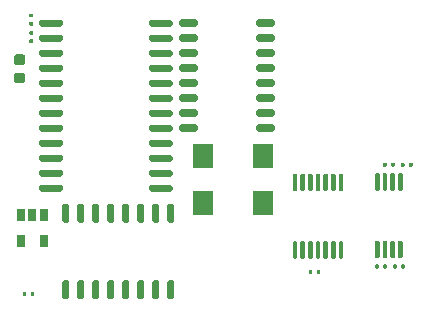
<source format=gbr>
G04 #@! TF.GenerationSoftware,KiCad,Pcbnew,(5.1.9)-1*
G04 #@! TF.CreationDate,2021-01-15T03:22:01+08:00*
G04 #@! TF.ProjectId,opl3,6f706c33-2e6b-4696-9361-645f70636258,rev?*
G04 #@! TF.SameCoordinates,Original*
G04 #@! TF.FileFunction,Paste,Top*
G04 #@! TF.FilePolarity,Positive*
%FSLAX46Y46*%
G04 Gerber Fmt 4.6, Leading zero omitted, Abs format (unit mm)*
G04 Created by KiCad (PCBNEW (5.1.9)-1) date 2021-01-15 03:22:01*
%MOMM*%
%LPD*%
G01*
G04 APERTURE LIST*
%ADD10R,1.800000X2.000000*%
%ADD11R,0.650000X1.060000*%
G04 APERTURE END LIST*
G04 #@! TO.C,U4*
G36*
G01*
X165164800Y-110689100D02*
X164964800Y-110689100D01*
G75*
G02*
X164864800Y-110589100I0J100000D01*
G01*
X164864800Y-109314100D01*
G75*
G02*
X164964800Y-109214100I100000J0D01*
G01*
X165164800Y-109214100D01*
G75*
G02*
X165264800Y-109314100I0J-100000D01*
G01*
X165264800Y-110589100D01*
G75*
G02*
X165164800Y-110689100I-100000J0D01*
G01*
G37*
G36*
G01*
X165814800Y-110689100D02*
X165614800Y-110689100D01*
G75*
G02*
X165514800Y-110589100I0J100000D01*
G01*
X165514800Y-109314100D01*
G75*
G02*
X165614800Y-109214100I100000J0D01*
G01*
X165814800Y-109214100D01*
G75*
G02*
X165914800Y-109314100I0J-100000D01*
G01*
X165914800Y-110589100D01*
G75*
G02*
X165814800Y-110689100I-100000J0D01*
G01*
G37*
G36*
G01*
X166464800Y-110689100D02*
X166264800Y-110689100D01*
G75*
G02*
X166164800Y-110589100I0J100000D01*
G01*
X166164800Y-109314100D01*
G75*
G02*
X166264800Y-109214100I100000J0D01*
G01*
X166464800Y-109214100D01*
G75*
G02*
X166564800Y-109314100I0J-100000D01*
G01*
X166564800Y-110589100D01*
G75*
G02*
X166464800Y-110689100I-100000J0D01*
G01*
G37*
G36*
G01*
X167114800Y-110689100D02*
X166914800Y-110689100D01*
G75*
G02*
X166814800Y-110589100I0J100000D01*
G01*
X166814800Y-109314100D01*
G75*
G02*
X166914800Y-109214100I100000J0D01*
G01*
X167114800Y-109214100D01*
G75*
G02*
X167214800Y-109314100I0J-100000D01*
G01*
X167214800Y-110589100D01*
G75*
G02*
X167114800Y-110689100I-100000J0D01*
G01*
G37*
G36*
G01*
X167114800Y-116414100D02*
X166914800Y-116414100D01*
G75*
G02*
X166814800Y-116314100I0J100000D01*
G01*
X166814800Y-115039100D01*
G75*
G02*
X166914800Y-114939100I100000J0D01*
G01*
X167114800Y-114939100D01*
G75*
G02*
X167214800Y-115039100I0J-100000D01*
G01*
X167214800Y-116314100D01*
G75*
G02*
X167114800Y-116414100I-100000J0D01*
G01*
G37*
G36*
G01*
X166464800Y-116414100D02*
X166264800Y-116414100D01*
G75*
G02*
X166164800Y-116314100I0J100000D01*
G01*
X166164800Y-115039100D01*
G75*
G02*
X166264800Y-114939100I100000J0D01*
G01*
X166464800Y-114939100D01*
G75*
G02*
X166564800Y-115039100I0J-100000D01*
G01*
X166564800Y-116314100D01*
G75*
G02*
X166464800Y-116414100I-100000J0D01*
G01*
G37*
G36*
G01*
X165814800Y-116414100D02*
X165614800Y-116414100D01*
G75*
G02*
X165514800Y-116314100I0J100000D01*
G01*
X165514800Y-115039100D01*
G75*
G02*
X165614800Y-114939100I100000J0D01*
G01*
X165814800Y-114939100D01*
G75*
G02*
X165914800Y-115039100I0J-100000D01*
G01*
X165914800Y-116314100D01*
G75*
G02*
X165814800Y-116414100I-100000J0D01*
G01*
G37*
G36*
G01*
X165164800Y-116414100D02*
X164964800Y-116414100D01*
G75*
G02*
X164864800Y-116314100I0J100000D01*
G01*
X164864800Y-115039100D01*
G75*
G02*
X164964800Y-114939100I100000J0D01*
G01*
X165164800Y-114939100D01*
G75*
G02*
X165264800Y-115039100I0J-100000D01*
G01*
X165264800Y-116314100D01*
G75*
G02*
X165164800Y-116414100I-100000J0D01*
G01*
G37*
G04 #@! TD*
G04 #@! TO.C,U2*
G36*
G01*
X154786500Y-96644600D02*
X154786500Y-96344600D01*
G75*
G02*
X154936500Y-96194600I150000J0D01*
G01*
X156236500Y-96194600D01*
G75*
G02*
X156386500Y-96344600I0J-150000D01*
G01*
X156386500Y-96644600D01*
G75*
G02*
X156236500Y-96794600I-150000J0D01*
G01*
X154936500Y-96794600D01*
G75*
G02*
X154786500Y-96644600I0J150000D01*
G01*
G37*
G36*
G01*
X154786500Y-97914600D02*
X154786500Y-97614600D01*
G75*
G02*
X154936500Y-97464600I150000J0D01*
G01*
X156236500Y-97464600D01*
G75*
G02*
X156386500Y-97614600I0J-150000D01*
G01*
X156386500Y-97914600D01*
G75*
G02*
X156236500Y-98064600I-150000J0D01*
G01*
X154936500Y-98064600D01*
G75*
G02*
X154786500Y-97914600I0J150000D01*
G01*
G37*
G36*
G01*
X154786500Y-99184600D02*
X154786500Y-98884600D01*
G75*
G02*
X154936500Y-98734600I150000J0D01*
G01*
X156236500Y-98734600D01*
G75*
G02*
X156386500Y-98884600I0J-150000D01*
G01*
X156386500Y-99184600D01*
G75*
G02*
X156236500Y-99334600I-150000J0D01*
G01*
X154936500Y-99334600D01*
G75*
G02*
X154786500Y-99184600I0J150000D01*
G01*
G37*
G36*
G01*
X154786500Y-100454600D02*
X154786500Y-100154600D01*
G75*
G02*
X154936500Y-100004600I150000J0D01*
G01*
X156236500Y-100004600D01*
G75*
G02*
X156386500Y-100154600I0J-150000D01*
G01*
X156386500Y-100454600D01*
G75*
G02*
X156236500Y-100604600I-150000J0D01*
G01*
X154936500Y-100604600D01*
G75*
G02*
X154786500Y-100454600I0J150000D01*
G01*
G37*
G36*
G01*
X154786500Y-101724600D02*
X154786500Y-101424600D01*
G75*
G02*
X154936500Y-101274600I150000J0D01*
G01*
X156236500Y-101274600D01*
G75*
G02*
X156386500Y-101424600I0J-150000D01*
G01*
X156386500Y-101724600D01*
G75*
G02*
X156236500Y-101874600I-150000J0D01*
G01*
X154936500Y-101874600D01*
G75*
G02*
X154786500Y-101724600I0J150000D01*
G01*
G37*
G36*
G01*
X154786500Y-102994600D02*
X154786500Y-102694600D01*
G75*
G02*
X154936500Y-102544600I150000J0D01*
G01*
X156236500Y-102544600D01*
G75*
G02*
X156386500Y-102694600I0J-150000D01*
G01*
X156386500Y-102994600D01*
G75*
G02*
X156236500Y-103144600I-150000J0D01*
G01*
X154936500Y-103144600D01*
G75*
G02*
X154786500Y-102994600I0J150000D01*
G01*
G37*
G36*
G01*
X154786500Y-104264600D02*
X154786500Y-103964600D01*
G75*
G02*
X154936500Y-103814600I150000J0D01*
G01*
X156236500Y-103814600D01*
G75*
G02*
X156386500Y-103964600I0J-150000D01*
G01*
X156386500Y-104264600D01*
G75*
G02*
X156236500Y-104414600I-150000J0D01*
G01*
X154936500Y-104414600D01*
G75*
G02*
X154786500Y-104264600I0J150000D01*
G01*
G37*
G36*
G01*
X154786500Y-105534600D02*
X154786500Y-105234600D01*
G75*
G02*
X154936500Y-105084600I150000J0D01*
G01*
X156236500Y-105084600D01*
G75*
G02*
X156386500Y-105234600I0J-150000D01*
G01*
X156386500Y-105534600D01*
G75*
G02*
X156236500Y-105684600I-150000J0D01*
G01*
X154936500Y-105684600D01*
G75*
G02*
X154786500Y-105534600I0J150000D01*
G01*
G37*
G36*
G01*
X148286500Y-105534600D02*
X148286500Y-105234600D01*
G75*
G02*
X148436500Y-105084600I150000J0D01*
G01*
X149736500Y-105084600D01*
G75*
G02*
X149886500Y-105234600I0J-150000D01*
G01*
X149886500Y-105534600D01*
G75*
G02*
X149736500Y-105684600I-150000J0D01*
G01*
X148436500Y-105684600D01*
G75*
G02*
X148286500Y-105534600I0J150000D01*
G01*
G37*
G36*
G01*
X148286500Y-104264600D02*
X148286500Y-103964600D01*
G75*
G02*
X148436500Y-103814600I150000J0D01*
G01*
X149736500Y-103814600D01*
G75*
G02*
X149886500Y-103964600I0J-150000D01*
G01*
X149886500Y-104264600D01*
G75*
G02*
X149736500Y-104414600I-150000J0D01*
G01*
X148436500Y-104414600D01*
G75*
G02*
X148286500Y-104264600I0J150000D01*
G01*
G37*
G36*
G01*
X148286500Y-102994600D02*
X148286500Y-102694600D01*
G75*
G02*
X148436500Y-102544600I150000J0D01*
G01*
X149736500Y-102544600D01*
G75*
G02*
X149886500Y-102694600I0J-150000D01*
G01*
X149886500Y-102994600D01*
G75*
G02*
X149736500Y-103144600I-150000J0D01*
G01*
X148436500Y-103144600D01*
G75*
G02*
X148286500Y-102994600I0J150000D01*
G01*
G37*
G36*
G01*
X148286500Y-101724600D02*
X148286500Y-101424600D01*
G75*
G02*
X148436500Y-101274600I150000J0D01*
G01*
X149736500Y-101274600D01*
G75*
G02*
X149886500Y-101424600I0J-150000D01*
G01*
X149886500Y-101724600D01*
G75*
G02*
X149736500Y-101874600I-150000J0D01*
G01*
X148436500Y-101874600D01*
G75*
G02*
X148286500Y-101724600I0J150000D01*
G01*
G37*
G36*
G01*
X148286500Y-100454600D02*
X148286500Y-100154600D01*
G75*
G02*
X148436500Y-100004600I150000J0D01*
G01*
X149736500Y-100004600D01*
G75*
G02*
X149886500Y-100154600I0J-150000D01*
G01*
X149886500Y-100454600D01*
G75*
G02*
X149736500Y-100604600I-150000J0D01*
G01*
X148436500Y-100604600D01*
G75*
G02*
X148286500Y-100454600I0J150000D01*
G01*
G37*
G36*
G01*
X148286500Y-99184600D02*
X148286500Y-98884600D01*
G75*
G02*
X148436500Y-98734600I150000J0D01*
G01*
X149736500Y-98734600D01*
G75*
G02*
X149886500Y-98884600I0J-150000D01*
G01*
X149886500Y-99184600D01*
G75*
G02*
X149736500Y-99334600I-150000J0D01*
G01*
X148436500Y-99334600D01*
G75*
G02*
X148286500Y-99184600I0J150000D01*
G01*
G37*
G36*
G01*
X148286500Y-97914600D02*
X148286500Y-97614600D01*
G75*
G02*
X148436500Y-97464600I150000J0D01*
G01*
X149736500Y-97464600D01*
G75*
G02*
X149886500Y-97614600I0J-150000D01*
G01*
X149886500Y-97914600D01*
G75*
G02*
X149736500Y-98064600I-150000J0D01*
G01*
X148436500Y-98064600D01*
G75*
G02*
X148286500Y-97914600I0J150000D01*
G01*
G37*
G36*
G01*
X148286500Y-96644600D02*
X148286500Y-96344600D01*
G75*
G02*
X148436500Y-96194600I150000J0D01*
G01*
X149736500Y-96194600D01*
G75*
G02*
X149886500Y-96344600I0J-150000D01*
G01*
X149886500Y-96644600D01*
G75*
G02*
X149736500Y-96794600I-150000J0D01*
G01*
X148436500Y-96794600D01*
G75*
G02*
X148286500Y-96644600I0J150000D01*
G01*
G37*
G04 #@! TD*
D10*
G04 #@! TO.C,X1*
X155384500Y-111715300D03*
X150304500Y-111715300D03*
X150304500Y-107715300D03*
X155384500Y-107715300D03*
G04 #@! TD*
D11*
G04 #@! TO.C,U6*
X136814600Y-114955500D03*
X134914600Y-114955500D03*
X134914600Y-112755500D03*
X135864600Y-112755500D03*
X136814600Y-112755500D03*
G04 #@! TD*
G04 #@! TO.C,U5*
G36*
G01*
X147436700Y-118286700D02*
X147736700Y-118286700D01*
G75*
G02*
X147886700Y-118436700I0J-150000D01*
G01*
X147886700Y-119736700D01*
G75*
G02*
X147736700Y-119886700I-150000J0D01*
G01*
X147436700Y-119886700D01*
G75*
G02*
X147286700Y-119736700I0J150000D01*
G01*
X147286700Y-118436700D01*
G75*
G02*
X147436700Y-118286700I150000J0D01*
G01*
G37*
G36*
G01*
X146166700Y-118286700D02*
X146466700Y-118286700D01*
G75*
G02*
X146616700Y-118436700I0J-150000D01*
G01*
X146616700Y-119736700D01*
G75*
G02*
X146466700Y-119886700I-150000J0D01*
G01*
X146166700Y-119886700D01*
G75*
G02*
X146016700Y-119736700I0J150000D01*
G01*
X146016700Y-118436700D01*
G75*
G02*
X146166700Y-118286700I150000J0D01*
G01*
G37*
G36*
G01*
X144896700Y-118286700D02*
X145196700Y-118286700D01*
G75*
G02*
X145346700Y-118436700I0J-150000D01*
G01*
X145346700Y-119736700D01*
G75*
G02*
X145196700Y-119886700I-150000J0D01*
G01*
X144896700Y-119886700D01*
G75*
G02*
X144746700Y-119736700I0J150000D01*
G01*
X144746700Y-118436700D01*
G75*
G02*
X144896700Y-118286700I150000J0D01*
G01*
G37*
G36*
G01*
X143626700Y-118286700D02*
X143926700Y-118286700D01*
G75*
G02*
X144076700Y-118436700I0J-150000D01*
G01*
X144076700Y-119736700D01*
G75*
G02*
X143926700Y-119886700I-150000J0D01*
G01*
X143626700Y-119886700D01*
G75*
G02*
X143476700Y-119736700I0J150000D01*
G01*
X143476700Y-118436700D01*
G75*
G02*
X143626700Y-118286700I150000J0D01*
G01*
G37*
G36*
G01*
X142356700Y-118286700D02*
X142656700Y-118286700D01*
G75*
G02*
X142806700Y-118436700I0J-150000D01*
G01*
X142806700Y-119736700D01*
G75*
G02*
X142656700Y-119886700I-150000J0D01*
G01*
X142356700Y-119886700D01*
G75*
G02*
X142206700Y-119736700I0J150000D01*
G01*
X142206700Y-118436700D01*
G75*
G02*
X142356700Y-118286700I150000J0D01*
G01*
G37*
G36*
G01*
X141086700Y-118286700D02*
X141386700Y-118286700D01*
G75*
G02*
X141536700Y-118436700I0J-150000D01*
G01*
X141536700Y-119736700D01*
G75*
G02*
X141386700Y-119886700I-150000J0D01*
G01*
X141086700Y-119886700D01*
G75*
G02*
X140936700Y-119736700I0J150000D01*
G01*
X140936700Y-118436700D01*
G75*
G02*
X141086700Y-118286700I150000J0D01*
G01*
G37*
G36*
G01*
X139816700Y-118286700D02*
X140116700Y-118286700D01*
G75*
G02*
X140266700Y-118436700I0J-150000D01*
G01*
X140266700Y-119736700D01*
G75*
G02*
X140116700Y-119886700I-150000J0D01*
G01*
X139816700Y-119886700D01*
G75*
G02*
X139666700Y-119736700I0J150000D01*
G01*
X139666700Y-118436700D01*
G75*
G02*
X139816700Y-118286700I150000J0D01*
G01*
G37*
G36*
G01*
X138546700Y-118286700D02*
X138846700Y-118286700D01*
G75*
G02*
X138996700Y-118436700I0J-150000D01*
G01*
X138996700Y-119736700D01*
G75*
G02*
X138846700Y-119886700I-150000J0D01*
G01*
X138546700Y-119886700D01*
G75*
G02*
X138396700Y-119736700I0J150000D01*
G01*
X138396700Y-118436700D01*
G75*
G02*
X138546700Y-118286700I150000J0D01*
G01*
G37*
G36*
G01*
X138546700Y-111786700D02*
X138846700Y-111786700D01*
G75*
G02*
X138996700Y-111936700I0J-150000D01*
G01*
X138996700Y-113236700D01*
G75*
G02*
X138846700Y-113386700I-150000J0D01*
G01*
X138546700Y-113386700D01*
G75*
G02*
X138396700Y-113236700I0J150000D01*
G01*
X138396700Y-111936700D01*
G75*
G02*
X138546700Y-111786700I150000J0D01*
G01*
G37*
G36*
G01*
X139816700Y-111786700D02*
X140116700Y-111786700D01*
G75*
G02*
X140266700Y-111936700I0J-150000D01*
G01*
X140266700Y-113236700D01*
G75*
G02*
X140116700Y-113386700I-150000J0D01*
G01*
X139816700Y-113386700D01*
G75*
G02*
X139666700Y-113236700I0J150000D01*
G01*
X139666700Y-111936700D01*
G75*
G02*
X139816700Y-111786700I150000J0D01*
G01*
G37*
G36*
G01*
X141086700Y-111786700D02*
X141386700Y-111786700D01*
G75*
G02*
X141536700Y-111936700I0J-150000D01*
G01*
X141536700Y-113236700D01*
G75*
G02*
X141386700Y-113386700I-150000J0D01*
G01*
X141086700Y-113386700D01*
G75*
G02*
X140936700Y-113236700I0J150000D01*
G01*
X140936700Y-111936700D01*
G75*
G02*
X141086700Y-111786700I150000J0D01*
G01*
G37*
G36*
G01*
X142356700Y-111786700D02*
X142656700Y-111786700D01*
G75*
G02*
X142806700Y-111936700I0J-150000D01*
G01*
X142806700Y-113236700D01*
G75*
G02*
X142656700Y-113386700I-150000J0D01*
G01*
X142356700Y-113386700D01*
G75*
G02*
X142206700Y-113236700I0J150000D01*
G01*
X142206700Y-111936700D01*
G75*
G02*
X142356700Y-111786700I150000J0D01*
G01*
G37*
G36*
G01*
X143626700Y-111786700D02*
X143926700Y-111786700D01*
G75*
G02*
X144076700Y-111936700I0J-150000D01*
G01*
X144076700Y-113236700D01*
G75*
G02*
X143926700Y-113386700I-150000J0D01*
G01*
X143626700Y-113386700D01*
G75*
G02*
X143476700Y-113236700I0J150000D01*
G01*
X143476700Y-111936700D01*
G75*
G02*
X143626700Y-111786700I150000J0D01*
G01*
G37*
G36*
G01*
X144896700Y-111786700D02*
X145196700Y-111786700D01*
G75*
G02*
X145346700Y-111936700I0J-150000D01*
G01*
X145346700Y-113236700D01*
G75*
G02*
X145196700Y-113386700I-150000J0D01*
G01*
X144896700Y-113386700D01*
G75*
G02*
X144746700Y-113236700I0J150000D01*
G01*
X144746700Y-111936700D01*
G75*
G02*
X144896700Y-111786700I150000J0D01*
G01*
G37*
G36*
G01*
X146166700Y-111786700D02*
X146466700Y-111786700D01*
G75*
G02*
X146616700Y-111936700I0J-150000D01*
G01*
X146616700Y-113236700D01*
G75*
G02*
X146466700Y-113386700I-150000J0D01*
G01*
X146166700Y-113386700D01*
G75*
G02*
X146016700Y-113236700I0J150000D01*
G01*
X146016700Y-111936700D01*
G75*
G02*
X146166700Y-111786700I150000J0D01*
G01*
G37*
G36*
G01*
X147436700Y-111786700D02*
X147736700Y-111786700D01*
G75*
G02*
X147886700Y-111936700I0J-150000D01*
G01*
X147886700Y-113236700D01*
G75*
G02*
X147736700Y-113386700I-150000J0D01*
G01*
X147436700Y-113386700D01*
G75*
G02*
X147286700Y-113236700I0J150000D01*
G01*
X147286700Y-111936700D01*
G75*
G02*
X147436700Y-111786700I150000J0D01*
G01*
G37*
G04 #@! TD*
G04 #@! TO.C,U3*
G36*
G01*
X158195400Y-110727200D02*
X157995400Y-110727200D01*
G75*
G02*
X157895400Y-110627200I0J100000D01*
G01*
X157895400Y-109352200D01*
G75*
G02*
X157995400Y-109252200I100000J0D01*
G01*
X158195400Y-109252200D01*
G75*
G02*
X158295400Y-109352200I0J-100000D01*
G01*
X158295400Y-110627200D01*
G75*
G02*
X158195400Y-110727200I-100000J0D01*
G01*
G37*
G36*
G01*
X158845400Y-110727200D02*
X158645400Y-110727200D01*
G75*
G02*
X158545400Y-110627200I0J100000D01*
G01*
X158545400Y-109352200D01*
G75*
G02*
X158645400Y-109252200I100000J0D01*
G01*
X158845400Y-109252200D01*
G75*
G02*
X158945400Y-109352200I0J-100000D01*
G01*
X158945400Y-110627200D01*
G75*
G02*
X158845400Y-110727200I-100000J0D01*
G01*
G37*
G36*
G01*
X159495400Y-110727200D02*
X159295400Y-110727200D01*
G75*
G02*
X159195400Y-110627200I0J100000D01*
G01*
X159195400Y-109352200D01*
G75*
G02*
X159295400Y-109252200I100000J0D01*
G01*
X159495400Y-109252200D01*
G75*
G02*
X159595400Y-109352200I0J-100000D01*
G01*
X159595400Y-110627200D01*
G75*
G02*
X159495400Y-110727200I-100000J0D01*
G01*
G37*
G36*
G01*
X160145400Y-110727200D02*
X159945400Y-110727200D01*
G75*
G02*
X159845400Y-110627200I0J100000D01*
G01*
X159845400Y-109352200D01*
G75*
G02*
X159945400Y-109252200I100000J0D01*
G01*
X160145400Y-109252200D01*
G75*
G02*
X160245400Y-109352200I0J-100000D01*
G01*
X160245400Y-110627200D01*
G75*
G02*
X160145400Y-110727200I-100000J0D01*
G01*
G37*
G36*
G01*
X160795400Y-110727200D02*
X160595400Y-110727200D01*
G75*
G02*
X160495400Y-110627200I0J100000D01*
G01*
X160495400Y-109352200D01*
G75*
G02*
X160595400Y-109252200I100000J0D01*
G01*
X160795400Y-109252200D01*
G75*
G02*
X160895400Y-109352200I0J-100000D01*
G01*
X160895400Y-110627200D01*
G75*
G02*
X160795400Y-110727200I-100000J0D01*
G01*
G37*
G36*
G01*
X161445400Y-110727200D02*
X161245400Y-110727200D01*
G75*
G02*
X161145400Y-110627200I0J100000D01*
G01*
X161145400Y-109352200D01*
G75*
G02*
X161245400Y-109252200I100000J0D01*
G01*
X161445400Y-109252200D01*
G75*
G02*
X161545400Y-109352200I0J-100000D01*
G01*
X161545400Y-110627200D01*
G75*
G02*
X161445400Y-110727200I-100000J0D01*
G01*
G37*
G36*
G01*
X162095400Y-110727200D02*
X161895400Y-110727200D01*
G75*
G02*
X161795400Y-110627200I0J100000D01*
G01*
X161795400Y-109352200D01*
G75*
G02*
X161895400Y-109252200I100000J0D01*
G01*
X162095400Y-109252200D01*
G75*
G02*
X162195400Y-109352200I0J-100000D01*
G01*
X162195400Y-110627200D01*
G75*
G02*
X162095400Y-110727200I-100000J0D01*
G01*
G37*
G36*
G01*
X162095400Y-116452200D02*
X161895400Y-116452200D01*
G75*
G02*
X161795400Y-116352200I0J100000D01*
G01*
X161795400Y-115077200D01*
G75*
G02*
X161895400Y-114977200I100000J0D01*
G01*
X162095400Y-114977200D01*
G75*
G02*
X162195400Y-115077200I0J-100000D01*
G01*
X162195400Y-116352200D01*
G75*
G02*
X162095400Y-116452200I-100000J0D01*
G01*
G37*
G36*
G01*
X161445400Y-116452200D02*
X161245400Y-116452200D01*
G75*
G02*
X161145400Y-116352200I0J100000D01*
G01*
X161145400Y-115077200D01*
G75*
G02*
X161245400Y-114977200I100000J0D01*
G01*
X161445400Y-114977200D01*
G75*
G02*
X161545400Y-115077200I0J-100000D01*
G01*
X161545400Y-116352200D01*
G75*
G02*
X161445400Y-116452200I-100000J0D01*
G01*
G37*
G36*
G01*
X160795400Y-116452200D02*
X160595400Y-116452200D01*
G75*
G02*
X160495400Y-116352200I0J100000D01*
G01*
X160495400Y-115077200D01*
G75*
G02*
X160595400Y-114977200I100000J0D01*
G01*
X160795400Y-114977200D01*
G75*
G02*
X160895400Y-115077200I0J-100000D01*
G01*
X160895400Y-116352200D01*
G75*
G02*
X160795400Y-116452200I-100000J0D01*
G01*
G37*
G36*
G01*
X160145400Y-116452200D02*
X159945400Y-116452200D01*
G75*
G02*
X159845400Y-116352200I0J100000D01*
G01*
X159845400Y-115077200D01*
G75*
G02*
X159945400Y-114977200I100000J0D01*
G01*
X160145400Y-114977200D01*
G75*
G02*
X160245400Y-115077200I0J-100000D01*
G01*
X160245400Y-116352200D01*
G75*
G02*
X160145400Y-116452200I-100000J0D01*
G01*
G37*
G36*
G01*
X159495400Y-116452200D02*
X159295400Y-116452200D01*
G75*
G02*
X159195400Y-116352200I0J100000D01*
G01*
X159195400Y-115077200D01*
G75*
G02*
X159295400Y-114977200I100000J0D01*
G01*
X159495400Y-114977200D01*
G75*
G02*
X159595400Y-115077200I0J-100000D01*
G01*
X159595400Y-116352200D01*
G75*
G02*
X159495400Y-116452200I-100000J0D01*
G01*
G37*
G36*
G01*
X158845400Y-116452200D02*
X158645400Y-116452200D01*
G75*
G02*
X158545400Y-116352200I0J100000D01*
G01*
X158545400Y-115077200D01*
G75*
G02*
X158645400Y-114977200I100000J0D01*
G01*
X158845400Y-114977200D01*
G75*
G02*
X158945400Y-115077200I0J-100000D01*
G01*
X158945400Y-116352200D01*
G75*
G02*
X158845400Y-116452200I-100000J0D01*
G01*
G37*
G36*
G01*
X158195400Y-116452200D02*
X157995400Y-116452200D01*
G75*
G02*
X157895400Y-116352200I0J100000D01*
G01*
X157895400Y-115077200D01*
G75*
G02*
X157995400Y-114977200I100000J0D01*
G01*
X158195400Y-114977200D01*
G75*
G02*
X158295400Y-115077200I0J-100000D01*
G01*
X158295400Y-116352200D01*
G75*
G02*
X158195400Y-116452200I-100000J0D01*
G01*
G37*
G04 #@! TD*
G04 #@! TO.C,U1*
G36*
G01*
X145737600Y-96657500D02*
X145737600Y-96382500D01*
G75*
G02*
X145875100Y-96245000I137500J0D01*
G01*
X147600100Y-96245000D01*
G75*
G02*
X147737600Y-96382500I0J-137500D01*
G01*
X147737600Y-96657500D01*
G75*
G02*
X147600100Y-96795000I-137500J0D01*
G01*
X145875100Y-96795000D01*
G75*
G02*
X145737600Y-96657500I0J137500D01*
G01*
G37*
G36*
G01*
X145737600Y-97927500D02*
X145737600Y-97652500D01*
G75*
G02*
X145875100Y-97515000I137500J0D01*
G01*
X147600100Y-97515000D01*
G75*
G02*
X147737600Y-97652500I0J-137500D01*
G01*
X147737600Y-97927500D01*
G75*
G02*
X147600100Y-98065000I-137500J0D01*
G01*
X145875100Y-98065000D01*
G75*
G02*
X145737600Y-97927500I0J137500D01*
G01*
G37*
G36*
G01*
X145737600Y-99197500D02*
X145737600Y-98922500D01*
G75*
G02*
X145875100Y-98785000I137500J0D01*
G01*
X147600100Y-98785000D01*
G75*
G02*
X147737600Y-98922500I0J-137500D01*
G01*
X147737600Y-99197500D01*
G75*
G02*
X147600100Y-99335000I-137500J0D01*
G01*
X145875100Y-99335000D01*
G75*
G02*
X145737600Y-99197500I0J137500D01*
G01*
G37*
G36*
G01*
X145737600Y-100467500D02*
X145737600Y-100192500D01*
G75*
G02*
X145875100Y-100055000I137500J0D01*
G01*
X147600100Y-100055000D01*
G75*
G02*
X147737600Y-100192500I0J-137500D01*
G01*
X147737600Y-100467500D01*
G75*
G02*
X147600100Y-100605000I-137500J0D01*
G01*
X145875100Y-100605000D01*
G75*
G02*
X145737600Y-100467500I0J137500D01*
G01*
G37*
G36*
G01*
X145737600Y-101737500D02*
X145737600Y-101462500D01*
G75*
G02*
X145875100Y-101325000I137500J0D01*
G01*
X147600100Y-101325000D01*
G75*
G02*
X147737600Y-101462500I0J-137500D01*
G01*
X147737600Y-101737500D01*
G75*
G02*
X147600100Y-101875000I-137500J0D01*
G01*
X145875100Y-101875000D01*
G75*
G02*
X145737600Y-101737500I0J137500D01*
G01*
G37*
G36*
G01*
X145737600Y-103007500D02*
X145737600Y-102732500D01*
G75*
G02*
X145875100Y-102595000I137500J0D01*
G01*
X147600100Y-102595000D01*
G75*
G02*
X147737600Y-102732500I0J-137500D01*
G01*
X147737600Y-103007500D01*
G75*
G02*
X147600100Y-103145000I-137500J0D01*
G01*
X145875100Y-103145000D01*
G75*
G02*
X145737600Y-103007500I0J137500D01*
G01*
G37*
G36*
G01*
X145737600Y-104277500D02*
X145737600Y-104002500D01*
G75*
G02*
X145875100Y-103865000I137500J0D01*
G01*
X147600100Y-103865000D01*
G75*
G02*
X147737600Y-104002500I0J-137500D01*
G01*
X147737600Y-104277500D01*
G75*
G02*
X147600100Y-104415000I-137500J0D01*
G01*
X145875100Y-104415000D01*
G75*
G02*
X145737600Y-104277500I0J137500D01*
G01*
G37*
G36*
G01*
X145737600Y-105547500D02*
X145737600Y-105272500D01*
G75*
G02*
X145875100Y-105135000I137500J0D01*
G01*
X147600100Y-105135000D01*
G75*
G02*
X147737600Y-105272500I0J-137500D01*
G01*
X147737600Y-105547500D01*
G75*
G02*
X147600100Y-105685000I-137500J0D01*
G01*
X145875100Y-105685000D01*
G75*
G02*
X145737600Y-105547500I0J137500D01*
G01*
G37*
G36*
G01*
X145737600Y-106817500D02*
X145737600Y-106542500D01*
G75*
G02*
X145875100Y-106405000I137500J0D01*
G01*
X147600100Y-106405000D01*
G75*
G02*
X147737600Y-106542500I0J-137500D01*
G01*
X147737600Y-106817500D01*
G75*
G02*
X147600100Y-106955000I-137500J0D01*
G01*
X145875100Y-106955000D01*
G75*
G02*
X145737600Y-106817500I0J137500D01*
G01*
G37*
G36*
G01*
X145737600Y-108087500D02*
X145737600Y-107812500D01*
G75*
G02*
X145875100Y-107675000I137500J0D01*
G01*
X147600100Y-107675000D01*
G75*
G02*
X147737600Y-107812500I0J-137500D01*
G01*
X147737600Y-108087500D01*
G75*
G02*
X147600100Y-108225000I-137500J0D01*
G01*
X145875100Y-108225000D01*
G75*
G02*
X145737600Y-108087500I0J137500D01*
G01*
G37*
G36*
G01*
X145737600Y-109357500D02*
X145737600Y-109082500D01*
G75*
G02*
X145875100Y-108945000I137500J0D01*
G01*
X147600100Y-108945000D01*
G75*
G02*
X147737600Y-109082500I0J-137500D01*
G01*
X147737600Y-109357500D01*
G75*
G02*
X147600100Y-109495000I-137500J0D01*
G01*
X145875100Y-109495000D01*
G75*
G02*
X145737600Y-109357500I0J137500D01*
G01*
G37*
G36*
G01*
X145737600Y-110627500D02*
X145737600Y-110352500D01*
G75*
G02*
X145875100Y-110215000I137500J0D01*
G01*
X147600100Y-110215000D01*
G75*
G02*
X147737600Y-110352500I0J-137500D01*
G01*
X147737600Y-110627500D01*
G75*
G02*
X147600100Y-110765000I-137500J0D01*
G01*
X145875100Y-110765000D01*
G75*
G02*
X145737600Y-110627500I0J137500D01*
G01*
G37*
G36*
G01*
X136437600Y-110627500D02*
X136437600Y-110352500D01*
G75*
G02*
X136575100Y-110215000I137500J0D01*
G01*
X138300100Y-110215000D01*
G75*
G02*
X138437600Y-110352500I0J-137500D01*
G01*
X138437600Y-110627500D01*
G75*
G02*
X138300100Y-110765000I-137500J0D01*
G01*
X136575100Y-110765000D01*
G75*
G02*
X136437600Y-110627500I0J137500D01*
G01*
G37*
G36*
G01*
X136437600Y-109357500D02*
X136437600Y-109082500D01*
G75*
G02*
X136575100Y-108945000I137500J0D01*
G01*
X138300100Y-108945000D01*
G75*
G02*
X138437600Y-109082500I0J-137500D01*
G01*
X138437600Y-109357500D01*
G75*
G02*
X138300100Y-109495000I-137500J0D01*
G01*
X136575100Y-109495000D01*
G75*
G02*
X136437600Y-109357500I0J137500D01*
G01*
G37*
G36*
G01*
X136437600Y-108087500D02*
X136437600Y-107812500D01*
G75*
G02*
X136575100Y-107675000I137500J0D01*
G01*
X138300100Y-107675000D01*
G75*
G02*
X138437600Y-107812500I0J-137500D01*
G01*
X138437600Y-108087500D01*
G75*
G02*
X138300100Y-108225000I-137500J0D01*
G01*
X136575100Y-108225000D01*
G75*
G02*
X136437600Y-108087500I0J137500D01*
G01*
G37*
G36*
G01*
X136437600Y-106817500D02*
X136437600Y-106542500D01*
G75*
G02*
X136575100Y-106405000I137500J0D01*
G01*
X138300100Y-106405000D01*
G75*
G02*
X138437600Y-106542500I0J-137500D01*
G01*
X138437600Y-106817500D01*
G75*
G02*
X138300100Y-106955000I-137500J0D01*
G01*
X136575100Y-106955000D01*
G75*
G02*
X136437600Y-106817500I0J137500D01*
G01*
G37*
G36*
G01*
X136437600Y-105547500D02*
X136437600Y-105272500D01*
G75*
G02*
X136575100Y-105135000I137500J0D01*
G01*
X138300100Y-105135000D01*
G75*
G02*
X138437600Y-105272500I0J-137500D01*
G01*
X138437600Y-105547500D01*
G75*
G02*
X138300100Y-105685000I-137500J0D01*
G01*
X136575100Y-105685000D01*
G75*
G02*
X136437600Y-105547500I0J137500D01*
G01*
G37*
G36*
G01*
X136437600Y-104277500D02*
X136437600Y-104002500D01*
G75*
G02*
X136575100Y-103865000I137500J0D01*
G01*
X138300100Y-103865000D01*
G75*
G02*
X138437600Y-104002500I0J-137500D01*
G01*
X138437600Y-104277500D01*
G75*
G02*
X138300100Y-104415000I-137500J0D01*
G01*
X136575100Y-104415000D01*
G75*
G02*
X136437600Y-104277500I0J137500D01*
G01*
G37*
G36*
G01*
X136437600Y-103007500D02*
X136437600Y-102732500D01*
G75*
G02*
X136575100Y-102595000I137500J0D01*
G01*
X138300100Y-102595000D01*
G75*
G02*
X138437600Y-102732500I0J-137500D01*
G01*
X138437600Y-103007500D01*
G75*
G02*
X138300100Y-103145000I-137500J0D01*
G01*
X136575100Y-103145000D01*
G75*
G02*
X136437600Y-103007500I0J137500D01*
G01*
G37*
G36*
G01*
X136437600Y-101737500D02*
X136437600Y-101462500D01*
G75*
G02*
X136575100Y-101325000I137500J0D01*
G01*
X138300100Y-101325000D01*
G75*
G02*
X138437600Y-101462500I0J-137500D01*
G01*
X138437600Y-101737500D01*
G75*
G02*
X138300100Y-101875000I-137500J0D01*
G01*
X136575100Y-101875000D01*
G75*
G02*
X136437600Y-101737500I0J137500D01*
G01*
G37*
G36*
G01*
X136437600Y-100467500D02*
X136437600Y-100192500D01*
G75*
G02*
X136575100Y-100055000I137500J0D01*
G01*
X138300100Y-100055000D01*
G75*
G02*
X138437600Y-100192500I0J-137500D01*
G01*
X138437600Y-100467500D01*
G75*
G02*
X138300100Y-100605000I-137500J0D01*
G01*
X136575100Y-100605000D01*
G75*
G02*
X136437600Y-100467500I0J137500D01*
G01*
G37*
G36*
G01*
X136437600Y-99197500D02*
X136437600Y-98922500D01*
G75*
G02*
X136575100Y-98785000I137500J0D01*
G01*
X138300100Y-98785000D01*
G75*
G02*
X138437600Y-98922500I0J-137500D01*
G01*
X138437600Y-99197500D01*
G75*
G02*
X138300100Y-99335000I-137500J0D01*
G01*
X136575100Y-99335000D01*
G75*
G02*
X136437600Y-99197500I0J137500D01*
G01*
G37*
G36*
G01*
X136437600Y-97927500D02*
X136437600Y-97652500D01*
G75*
G02*
X136575100Y-97515000I137500J0D01*
G01*
X138300100Y-97515000D01*
G75*
G02*
X138437600Y-97652500I0J-137500D01*
G01*
X138437600Y-97927500D01*
G75*
G02*
X138300100Y-98065000I-137500J0D01*
G01*
X136575100Y-98065000D01*
G75*
G02*
X136437600Y-97927500I0J137500D01*
G01*
G37*
G36*
G01*
X136437600Y-96657500D02*
X136437600Y-96382500D01*
G75*
G02*
X136575100Y-96245000I137500J0D01*
G01*
X138300100Y-96245000D01*
G75*
G02*
X138437600Y-96382500I0J-137500D01*
G01*
X138437600Y-96657500D01*
G75*
G02*
X138300100Y-96795000I-137500J0D01*
G01*
X136575100Y-96795000D01*
G75*
G02*
X136437600Y-96657500I0J137500D01*
G01*
G37*
G04 #@! TD*
G04 #@! TO.C,R8*
G36*
G01*
X166238500Y-108609300D02*
X166238500Y-108408300D01*
G75*
G02*
X166318000Y-108328800I79500J0D01*
G01*
X166477000Y-108328800D01*
G75*
G02*
X166556500Y-108408300I0J-79500D01*
G01*
X166556500Y-108609300D01*
G75*
G02*
X166477000Y-108688800I-79500J0D01*
G01*
X166318000Y-108688800D01*
G75*
G02*
X166238500Y-108609300I0J79500D01*
G01*
G37*
G36*
G01*
X165548500Y-108609300D02*
X165548500Y-108408300D01*
G75*
G02*
X165628000Y-108328800I79500J0D01*
G01*
X165787000Y-108328800D01*
G75*
G02*
X165866500Y-108408300I0J-79500D01*
G01*
X165866500Y-108609300D01*
G75*
G02*
X165787000Y-108688800I-79500J0D01*
G01*
X165628000Y-108688800D01*
G75*
G02*
X165548500Y-108609300I0J79500D01*
G01*
G37*
G04 #@! TD*
G04 #@! TO.C,R7*
G36*
G01*
X165565400Y-117219900D02*
X165565400Y-117018900D01*
G75*
G02*
X165644900Y-116939400I79500J0D01*
G01*
X165803900Y-116939400D01*
G75*
G02*
X165883400Y-117018900I0J-79500D01*
G01*
X165883400Y-117219900D01*
G75*
G02*
X165803900Y-117299400I-79500J0D01*
G01*
X165644900Y-117299400D01*
G75*
G02*
X165565400Y-117219900I0J79500D01*
G01*
G37*
G36*
G01*
X164875400Y-117219900D02*
X164875400Y-117018900D01*
G75*
G02*
X164954900Y-116939400I79500J0D01*
G01*
X165113900Y-116939400D01*
G75*
G02*
X165193400Y-117018900I0J-79500D01*
G01*
X165193400Y-117219900D01*
G75*
G02*
X165113900Y-117299400I-79500J0D01*
G01*
X164954900Y-117299400D01*
G75*
G02*
X164875400Y-117219900I0J79500D01*
G01*
G37*
G04 #@! TD*
G04 #@! TO.C,R5*
G36*
G01*
X167749800Y-108609300D02*
X167749800Y-108408300D01*
G75*
G02*
X167829300Y-108328800I79500J0D01*
G01*
X167988300Y-108328800D01*
G75*
G02*
X168067800Y-108408300I0J-79500D01*
G01*
X168067800Y-108609300D01*
G75*
G02*
X167988300Y-108688800I-79500J0D01*
G01*
X167829300Y-108688800D01*
G75*
G02*
X167749800Y-108609300I0J79500D01*
G01*
G37*
G36*
G01*
X167059800Y-108609300D02*
X167059800Y-108408300D01*
G75*
G02*
X167139300Y-108328800I79500J0D01*
G01*
X167298300Y-108328800D01*
G75*
G02*
X167377800Y-108408300I0J-79500D01*
G01*
X167377800Y-108609300D01*
G75*
G02*
X167298300Y-108688800I-79500J0D01*
G01*
X167139300Y-108688800D01*
G75*
G02*
X167059800Y-108609300I0J79500D01*
G01*
G37*
G04 #@! TD*
G04 #@! TO.C,R3*
G36*
G01*
X167076700Y-117219900D02*
X167076700Y-117018900D01*
G75*
G02*
X167156200Y-116939400I79500J0D01*
G01*
X167315200Y-116939400D01*
G75*
G02*
X167394700Y-117018900I0J-79500D01*
G01*
X167394700Y-117219900D01*
G75*
G02*
X167315200Y-117299400I-79500J0D01*
G01*
X167156200Y-117299400D01*
G75*
G02*
X167076700Y-117219900I0J79500D01*
G01*
G37*
G36*
G01*
X166386700Y-117219900D02*
X166386700Y-117018900D01*
G75*
G02*
X166466200Y-116939400I79500J0D01*
G01*
X166625200Y-116939400D01*
G75*
G02*
X166704700Y-117018900I0J-79500D01*
G01*
X166704700Y-117219900D01*
G75*
G02*
X166625200Y-117299400I-79500J0D01*
G01*
X166466200Y-117299400D01*
G75*
G02*
X166386700Y-117219900I0J79500D01*
G01*
G37*
G04 #@! TD*
G04 #@! TO.C,C13*
G36*
G01*
X159564800Y-117476100D02*
X159564800Y-117677100D01*
G75*
G02*
X159485300Y-117756600I-79500J0D01*
G01*
X159326300Y-117756600D01*
G75*
G02*
X159246800Y-117677100I0J79500D01*
G01*
X159246800Y-117476100D01*
G75*
G02*
X159326300Y-117396600I79500J0D01*
G01*
X159485300Y-117396600D01*
G75*
G02*
X159564800Y-117476100I0J-79500D01*
G01*
G37*
G36*
G01*
X160254800Y-117476100D02*
X160254800Y-117677100D01*
G75*
G02*
X160175300Y-117756600I-79500J0D01*
G01*
X160016300Y-117756600D01*
G75*
G02*
X159936800Y-117677100I0J79500D01*
G01*
X159936800Y-117476100D01*
G75*
G02*
X160016300Y-117396600I79500J0D01*
G01*
X160175300Y-117396600D01*
G75*
G02*
X160254800Y-117476100I0J-79500D01*
G01*
G37*
G04 #@! TD*
G04 #@! TO.C,C6*
G36*
G01*
X134535100Y-100705800D02*
X135035100Y-100705800D01*
G75*
G02*
X135260100Y-100930800I0J-225000D01*
G01*
X135260100Y-101380800D01*
G75*
G02*
X135035100Y-101605800I-225000J0D01*
G01*
X134535100Y-101605800D01*
G75*
G02*
X134310100Y-101380800I0J225000D01*
G01*
X134310100Y-100930800D01*
G75*
G02*
X134535100Y-100705800I225000J0D01*
G01*
G37*
G36*
G01*
X134535100Y-99155800D02*
X135035100Y-99155800D01*
G75*
G02*
X135260100Y-99380800I0J-225000D01*
G01*
X135260100Y-99830800D01*
G75*
G02*
X135035100Y-100055800I-225000J0D01*
G01*
X134535100Y-100055800D01*
G75*
G02*
X134310100Y-99830800I0J225000D01*
G01*
X134310100Y-99380800D01*
G75*
G02*
X134535100Y-99155800I225000J0D01*
G01*
G37*
G04 #@! TD*
G04 #@! TO.C,C4*
G36*
G01*
X135863500Y-96029200D02*
X135662500Y-96029200D01*
G75*
G02*
X135583000Y-95949700I0J79500D01*
G01*
X135583000Y-95790700D01*
G75*
G02*
X135662500Y-95711200I79500J0D01*
G01*
X135863500Y-95711200D01*
G75*
G02*
X135943000Y-95790700I0J-79500D01*
G01*
X135943000Y-95949700D01*
G75*
G02*
X135863500Y-96029200I-79500J0D01*
G01*
G37*
G36*
G01*
X135863500Y-96719200D02*
X135662500Y-96719200D01*
G75*
G02*
X135583000Y-96639700I0J79500D01*
G01*
X135583000Y-96480700D01*
G75*
G02*
X135662500Y-96401200I79500J0D01*
G01*
X135863500Y-96401200D01*
G75*
G02*
X135943000Y-96480700I0J-79500D01*
G01*
X135943000Y-96639700D01*
G75*
G02*
X135863500Y-96719200I-79500J0D01*
G01*
G37*
G04 #@! TD*
G04 #@! TO.C,C3*
G36*
G01*
X135662500Y-97874400D02*
X135863500Y-97874400D01*
G75*
G02*
X135943000Y-97953900I0J-79500D01*
G01*
X135943000Y-98112900D01*
G75*
G02*
X135863500Y-98192400I-79500J0D01*
G01*
X135662500Y-98192400D01*
G75*
G02*
X135583000Y-98112900I0J79500D01*
G01*
X135583000Y-97953900D01*
G75*
G02*
X135662500Y-97874400I79500J0D01*
G01*
G37*
G36*
G01*
X135662500Y-97184400D02*
X135863500Y-97184400D01*
G75*
G02*
X135943000Y-97263900I0J-79500D01*
G01*
X135943000Y-97422900D01*
G75*
G02*
X135863500Y-97502400I-79500J0D01*
G01*
X135662500Y-97502400D01*
G75*
G02*
X135583000Y-97422900I0J79500D01*
G01*
X135583000Y-97263900D01*
G75*
G02*
X135662500Y-97184400I79500J0D01*
G01*
G37*
G04 #@! TD*
G04 #@! TO.C,C2*
G36*
G01*
X135720400Y-119518600D02*
X135720400Y-119317600D01*
G75*
G02*
X135799900Y-119238100I79500J0D01*
G01*
X135958900Y-119238100D01*
G75*
G02*
X136038400Y-119317600I0J-79500D01*
G01*
X136038400Y-119518600D01*
G75*
G02*
X135958900Y-119598100I-79500J0D01*
G01*
X135799900Y-119598100D01*
G75*
G02*
X135720400Y-119518600I0J79500D01*
G01*
G37*
G36*
G01*
X135030400Y-119518600D02*
X135030400Y-119317600D01*
G75*
G02*
X135109900Y-119238100I79500J0D01*
G01*
X135268900Y-119238100D01*
G75*
G02*
X135348400Y-119317600I0J-79500D01*
G01*
X135348400Y-119518600D01*
G75*
G02*
X135268900Y-119598100I-79500J0D01*
G01*
X135109900Y-119598100D01*
G75*
G02*
X135030400Y-119518600I0J79500D01*
G01*
G37*
G04 #@! TD*
M02*

</source>
